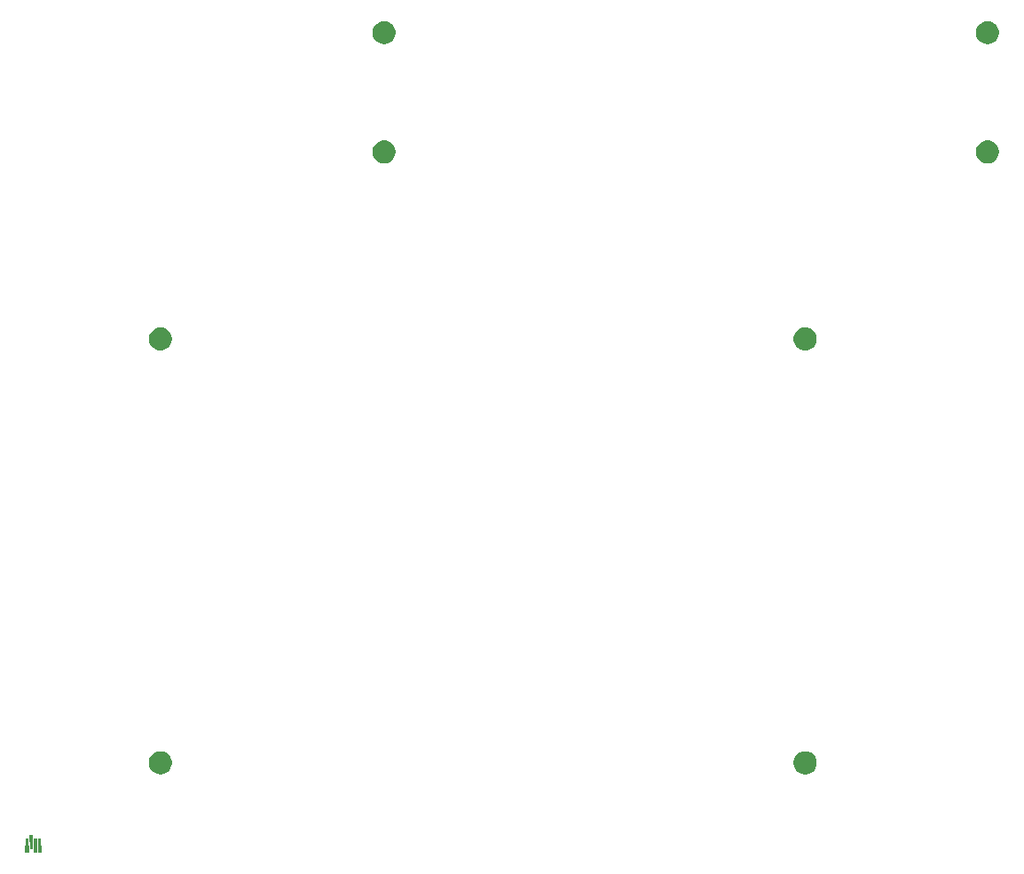
<source format=gts>
G04 #@! TF.GenerationSoftware,KiCad,Pcbnew,(5.1.4-0-10_14)*
G04 #@! TF.CreationDate,2019-10-30T04:12:27+09:00*
G04 #@! TF.ProjectId,nilgiri_back,6e696c67-6972-4695-9f62-61636b2e6b69,rev?*
G04 #@! TF.SameCoordinates,Original*
G04 #@! TF.FileFunction,Soldermask,Top*
G04 #@! TF.FilePolarity,Negative*
%FSLAX46Y46*%
G04 Gerber Fmt 4.6, Leading zero omitted, Abs format (unit mm)*
G04 Created by KiCad (PCBNEW (5.1.4-0-10_14)) date 2019-10-30 04:12:27*
%MOMM*%
%LPD*%
G04 APERTURE LIST*
%ADD10C,0.100000*%
G04 APERTURE END LIST*
D10*
G36*
X91198736Y-118540795D02*
G01*
X91462062Y-118540795D01*
X91546282Y-119889588D01*
X91198736Y-119889588D01*
X91198736Y-118540795D01*
G37*
G36*
X90800106Y-118540795D02*
G01*
X91072326Y-118540795D01*
X91072326Y-119889588D01*
X90800106Y-119889588D01*
X90800106Y-118540795D01*
G37*
G36*
X90368268Y-118203551D02*
G01*
X90695653Y-118203551D01*
X90695653Y-119552253D01*
X90452305Y-119552253D01*
X90368268Y-118203551D01*
G37*
G36*
X90018340Y-118540789D02*
G01*
X90268967Y-118540789D01*
X90353003Y-119889570D01*
X89934123Y-119889570D01*
X90018340Y-118540789D01*
G37*
G36*
X164603595Y-110222956D02*
G01*
X164709950Y-110244111D01*
X164910320Y-110327107D01*
X165090644Y-110447595D01*
X165244005Y-110600956D01*
X165364493Y-110781280D01*
X165447489Y-110981651D01*
X165489800Y-111194360D01*
X165489800Y-111411240D01*
X165447489Y-111623949D01*
X165364493Y-111824320D01*
X165244005Y-112004644D01*
X165090644Y-112158005D01*
X164910320Y-112278493D01*
X164709950Y-112361489D01*
X164603594Y-112382645D01*
X164497240Y-112403800D01*
X164280360Y-112403800D01*
X164174006Y-112382645D01*
X164067650Y-112361489D01*
X163867280Y-112278493D01*
X163686956Y-112158005D01*
X163533595Y-112004644D01*
X163413107Y-111824320D01*
X163330111Y-111623949D01*
X163287800Y-111411240D01*
X163287800Y-111194360D01*
X163330111Y-110981651D01*
X163413107Y-110781280D01*
X163533595Y-110600956D01*
X163686956Y-110447595D01*
X163867280Y-110327107D01*
X164067650Y-110244111D01*
X164174005Y-110222956D01*
X164280360Y-110201800D01*
X164497240Y-110201800D01*
X164603595Y-110222956D01*
X164603595Y-110222956D01*
G37*
G36*
X103084795Y-110222956D02*
G01*
X103191150Y-110244111D01*
X103391520Y-110327107D01*
X103571844Y-110447595D01*
X103725205Y-110600956D01*
X103845693Y-110781280D01*
X103928689Y-110981651D01*
X103971000Y-111194360D01*
X103971000Y-111411240D01*
X103928689Y-111623949D01*
X103845693Y-111824320D01*
X103725205Y-112004644D01*
X103571844Y-112158005D01*
X103391520Y-112278493D01*
X103191150Y-112361489D01*
X103084794Y-112382645D01*
X102978440Y-112403800D01*
X102761560Y-112403800D01*
X102655206Y-112382645D01*
X102548850Y-112361489D01*
X102348480Y-112278493D01*
X102168156Y-112158005D01*
X102014795Y-112004644D01*
X101894307Y-111824320D01*
X101811311Y-111623949D01*
X101769000Y-111411240D01*
X101769000Y-111194360D01*
X101811311Y-110981651D01*
X101894307Y-110781280D01*
X102014795Y-110600956D01*
X102168156Y-110447595D01*
X102348480Y-110327107D01*
X102548850Y-110244111D01*
X102655205Y-110222956D01*
X102761560Y-110201800D01*
X102978440Y-110201800D01*
X103084795Y-110222956D01*
X103084795Y-110222956D01*
G37*
G36*
X164603595Y-69786156D02*
G01*
X164709950Y-69807311D01*
X164810134Y-69848809D01*
X164910320Y-69890307D01*
X165090644Y-70010795D01*
X165244005Y-70164156D01*
X165364493Y-70344480D01*
X165447489Y-70544851D01*
X165489800Y-70757560D01*
X165489800Y-70974440D01*
X165447489Y-71187149D01*
X165364493Y-71387520D01*
X165244005Y-71567844D01*
X165090644Y-71721205D01*
X164910320Y-71841693D01*
X164709950Y-71924689D01*
X164603594Y-71945845D01*
X164497240Y-71967000D01*
X164280360Y-71967000D01*
X164174006Y-71945845D01*
X164067650Y-71924689D01*
X163967466Y-71883191D01*
X163867280Y-71841693D01*
X163686956Y-71721205D01*
X163533595Y-71567844D01*
X163413107Y-71387520D01*
X163330111Y-71187149D01*
X163287800Y-70974440D01*
X163287800Y-70757560D01*
X163330111Y-70544851D01*
X163413107Y-70344480D01*
X163533595Y-70164156D01*
X163686956Y-70010795D01*
X163867280Y-69890307D01*
X163967466Y-69848809D01*
X164067650Y-69807311D01*
X164174005Y-69786156D01*
X164280360Y-69765000D01*
X164497240Y-69765000D01*
X164603595Y-69786156D01*
X164603595Y-69786156D01*
G37*
G36*
X103084795Y-69786156D02*
G01*
X103191150Y-69807311D01*
X103291334Y-69848809D01*
X103391520Y-69890307D01*
X103571844Y-70010795D01*
X103725205Y-70164156D01*
X103845693Y-70344480D01*
X103928689Y-70544851D01*
X103971000Y-70757560D01*
X103971000Y-70974440D01*
X103928689Y-71187149D01*
X103845693Y-71387520D01*
X103725205Y-71567844D01*
X103571844Y-71721205D01*
X103391520Y-71841693D01*
X103191150Y-71924689D01*
X103084794Y-71945845D01*
X102978440Y-71967000D01*
X102761560Y-71967000D01*
X102655206Y-71945845D01*
X102548850Y-71924689D01*
X102448666Y-71883191D01*
X102348480Y-71841693D01*
X102168156Y-71721205D01*
X102014795Y-71567844D01*
X101894307Y-71387520D01*
X101811311Y-71187149D01*
X101769000Y-70974440D01*
X101769000Y-70757560D01*
X101811311Y-70544851D01*
X101894307Y-70344480D01*
X102014795Y-70164156D01*
X102168156Y-70010795D01*
X102348480Y-69890307D01*
X102448666Y-69848809D01*
X102548850Y-69807311D01*
X102655205Y-69786156D01*
X102761560Y-69765000D01*
X102978440Y-69765000D01*
X103084795Y-69786156D01*
X103084795Y-69786156D01*
G37*
G36*
X181998795Y-51940156D02*
G01*
X182105150Y-51961311D01*
X182205334Y-52002809D01*
X182305520Y-52044307D01*
X182485844Y-52164795D01*
X182639205Y-52318156D01*
X182759693Y-52498480D01*
X182842689Y-52698851D01*
X182885000Y-52911560D01*
X182885000Y-53128440D01*
X182842689Y-53341149D01*
X182759693Y-53541520D01*
X182639205Y-53721844D01*
X182485844Y-53875205D01*
X182305520Y-53995693D01*
X182105150Y-54078689D01*
X181998794Y-54099845D01*
X181892440Y-54121000D01*
X181675560Y-54121000D01*
X181569206Y-54099845D01*
X181462850Y-54078689D01*
X181262480Y-53995693D01*
X181082156Y-53875205D01*
X180928795Y-53721844D01*
X180808307Y-53541520D01*
X180725311Y-53341149D01*
X180683000Y-53128440D01*
X180683000Y-52911560D01*
X180725311Y-52698851D01*
X180808307Y-52498480D01*
X180928795Y-52318156D01*
X181082156Y-52164795D01*
X181262480Y-52044307D01*
X181362666Y-52002809D01*
X181462850Y-51961311D01*
X181569205Y-51940156D01*
X181675560Y-51919000D01*
X181892440Y-51919000D01*
X181998795Y-51940156D01*
X181998795Y-51940156D01*
G37*
G36*
X124420795Y-51940156D02*
G01*
X124527150Y-51961311D01*
X124627334Y-52002809D01*
X124727520Y-52044307D01*
X124907844Y-52164795D01*
X125061205Y-52318156D01*
X125181693Y-52498480D01*
X125264689Y-52698851D01*
X125307000Y-52911560D01*
X125307000Y-53128440D01*
X125264689Y-53341149D01*
X125181693Y-53541520D01*
X125061205Y-53721844D01*
X124907844Y-53875205D01*
X124727520Y-53995693D01*
X124527150Y-54078689D01*
X124420794Y-54099845D01*
X124314440Y-54121000D01*
X124097560Y-54121000D01*
X123991206Y-54099845D01*
X123884850Y-54078689D01*
X123684480Y-53995693D01*
X123504156Y-53875205D01*
X123350795Y-53721844D01*
X123230307Y-53541520D01*
X123147311Y-53341149D01*
X123105000Y-53128440D01*
X123105000Y-52911560D01*
X123147311Y-52698851D01*
X123230307Y-52498480D01*
X123350795Y-52318156D01*
X123504156Y-52164795D01*
X123684480Y-52044307D01*
X123784666Y-52002809D01*
X123884850Y-51961311D01*
X123991205Y-51940156D01*
X124097560Y-51919000D01*
X124314440Y-51919000D01*
X124420795Y-51940156D01*
X124420795Y-51940156D01*
G37*
G36*
X181998794Y-40560155D02*
G01*
X182105150Y-40581311D01*
X182205334Y-40622809D01*
X182305520Y-40664307D01*
X182485844Y-40784795D01*
X182639205Y-40938156D01*
X182759693Y-41118480D01*
X182842689Y-41318851D01*
X182885000Y-41531560D01*
X182885000Y-41748440D01*
X182842689Y-41961149D01*
X182759693Y-42161520D01*
X182639205Y-42341844D01*
X182485844Y-42495205D01*
X182305520Y-42615693D01*
X182105150Y-42698689D01*
X181998794Y-42719845D01*
X181892440Y-42741000D01*
X181675560Y-42741000D01*
X181569205Y-42719844D01*
X181462850Y-42698689D01*
X181262480Y-42615693D01*
X181082156Y-42495205D01*
X180928795Y-42341844D01*
X180808307Y-42161520D01*
X180725311Y-41961149D01*
X180683000Y-41748440D01*
X180683000Y-41531560D01*
X180725311Y-41318851D01*
X180808307Y-41118480D01*
X180928795Y-40938156D01*
X181082156Y-40784795D01*
X181262480Y-40664307D01*
X181362666Y-40622809D01*
X181462850Y-40581311D01*
X181569205Y-40560156D01*
X181675560Y-40539000D01*
X181892440Y-40539000D01*
X181998794Y-40560155D01*
X181998794Y-40560155D01*
G37*
G36*
X124420794Y-40560155D02*
G01*
X124527150Y-40581311D01*
X124627334Y-40622809D01*
X124727520Y-40664307D01*
X124907844Y-40784795D01*
X125061205Y-40938156D01*
X125181693Y-41118480D01*
X125264689Y-41318851D01*
X125307000Y-41531560D01*
X125307000Y-41748440D01*
X125264689Y-41961149D01*
X125181693Y-42161520D01*
X125061205Y-42341844D01*
X124907844Y-42495205D01*
X124727520Y-42615693D01*
X124527150Y-42698689D01*
X124420794Y-42719845D01*
X124314440Y-42741000D01*
X124097560Y-42741000D01*
X123991205Y-42719844D01*
X123884850Y-42698689D01*
X123684480Y-42615693D01*
X123504156Y-42495205D01*
X123350795Y-42341844D01*
X123230307Y-42161520D01*
X123147311Y-41961149D01*
X123105000Y-41748440D01*
X123105000Y-41531560D01*
X123147311Y-41318851D01*
X123230307Y-41118480D01*
X123350795Y-40938156D01*
X123504156Y-40784795D01*
X123684480Y-40664307D01*
X123784666Y-40622809D01*
X123884850Y-40581311D01*
X123991205Y-40560156D01*
X124097560Y-40539000D01*
X124314440Y-40539000D01*
X124420794Y-40560155D01*
X124420794Y-40560155D01*
G37*
M02*

</source>
